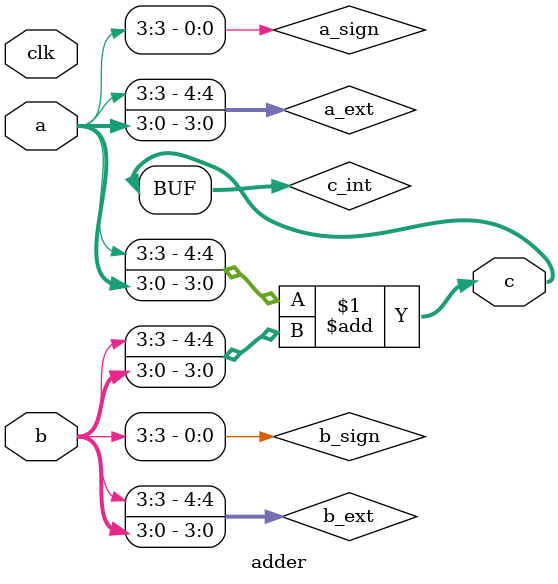
<source format=v>
`ifndef adder
`define adder

`timescale 1ns / 1ps
//////////////////////////////////////////////////////////////////////////////////
// Company: 
// Engineer: 
// 
// Create Date:    13:47:09 11/24/2011 
// Design Name: 
// Module Name:    adder 
// Project Name: 
// Target Devices: 
// Tool versions: 
// Description: 
//
// Dependencies: 
//
// Revision: 
// Revision 0.01 - File Created
// Additional Comments: 
//
//////////////////////////////////////////////////////////////////////////////////
module adder(
    clk,
    a,
    b,
    c
    );

    parameter A_WIDTH = 4;      //width of input A
    parameter B_WIDTH = 4;      //width of input B
    parameter A_IS_SIGNED = "TRUE";
    parameter B_IS_SIGNED = "TRUE";
    parameter REGISTER_OUTPUT = "FALSE";
    
    localparam OUTPUT_WIDTH = A_WIDTH>B_WIDTH ? A_WIDTH+1 : B_WIDTH+1;
    
    input clk;
    input [A_WIDTH-1:0] a;
    input [B_WIDTH-1:0] b;
    output [OUTPUT_WIDTH-1:0] c;
    
    // sign extend the inputs
    wire a_sign = a[A_WIDTH-1];
    wire [OUTPUT_WIDTH-1:0] a_ext;
    wire b_sign = b[B_WIDTH-1];
    wire [OUTPUT_WIDTH-1:0] b_ext;
    generate
        if (A_IS_SIGNED == "TRUE") begin
            assign a_ext = {{(OUTPUT_WIDTH-A_WIDTH){a_sign}}, a};
        end else begin
            assign a_ext = {{(OUTPUT_WIDTH-A_WIDTH){1'b0}}, a};
        end
    endgenerate

    generate
        if (B_IS_SIGNED == "TRUE") begin
            assign b_ext = {{(OUTPUT_WIDTH-B_WIDTH){b_sign}}, b};
        end else begin
            assign b_ext = {{(OUTPUT_WIDTH-B_WIDTH){1'b0}}, b};
        end
    endgenerate

    // addition circuit
    wire [OUTPUT_WIDTH-1:0] c_int = a_ext + b_ext;
    
    //optional output register
    generate
        if (REGISTER_OUTPUT == "TRUE") begin : output_reg_gen
            delay # (
                .WIDTH(OUTPUT_WIDTH),
                .DELAY(1)
            ) add_delay (
                .clk(clk),
                .ce(1'b1),
                .din(c_int),
                .dout(c)
            );

        end else begin
            assign c = c_int;
        end
    endgenerate

endmodule

`endif

</source>
